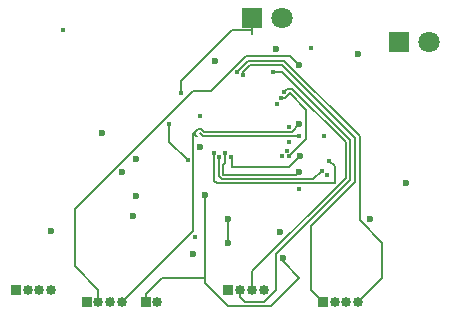
<source format=gbr>
%TF.GenerationSoftware,KiCad,Pcbnew,8.0.8*%
%TF.CreationDate,2025-07-30T23:02:56+05:30*%
%TF.ProjectId,THRUST FC,54485255-5354-4204-9643-2e6b69636164,rev?*%
%TF.SameCoordinates,Original*%
%TF.FileFunction,Copper,L2,Inr*%
%TF.FilePolarity,Positive*%
%FSLAX46Y46*%
G04 Gerber Fmt 4.6, Leading zero omitted, Abs format (unit mm)*
G04 Created by KiCad (PCBNEW 8.0.8) date 2025-07-30 23:02:56*
%MOMM*%
%LPD*%
G01*
G04 APERTURE LIST*
%TA.AperFunction,ComponentPad*%
%ADD10R,1.800000X1.800000*%
%TD*%
%TA.AperFunction,ComponentPad*%
%ADD11C,1.800000*%
%TD*%
%TA.AperFunction,ComponentPad*%
%ADD12R,0.850000X0.850000*%
%TD*%
%TA.AperFunction,ComponentPad*%
%ADD13O,0.850000X0.850000*%
%TD*%
%TA.AperFunction,ViaPad*%
%ADD14C,0.600000*%
%TD*%
%TA.AperFunction,ViaPad*%
%ADD15C,0.400000*%
%TD*%
%TA.AperFunction,Conductor*%
%ADD16C,0.200000*%
%TD*%
G04 APERTURE END LIST*
D10*
%TO.N,PC13*%
%TO.C,D1*%
X120000000Y-86000000D03*
D11*
%TO.N,VDD*%
X122540000Y-86000000D03*
%TD*%
D12*
%TO.N,GND*%
%TO.C,J1*%
X118000000Y-109000000D03*
D13*
%TO.N,SWCLK*%
X119000000Y-109000000D03*
%TO.N,SWDIO*%
X120000000Y-109000000D03*
%TO.N,VDD*%
X121000000Y-109000000D03*
%TD*%
D12*
%TO.N,M4*%
%TO.C,J4*%
X106000000Y-110000000D03*
D13*
%TO.N,M3*%
X107000000Y-110000000D03*
%TO.N,M2*%
X108000000Y-110000000D03*
%TO.N,M1*%
X109000000Y-110000000D03*
%TD*%
D12*
%TO.N,SCL*%
%TO.C,J6*%
X126000000Y-110000000D03*
D13*
%TO.N,VDD*%
X127000000Y-110000000D03*
%TO.N,GND*%
X128000000Y-110000000D03*
%TO.N,SDA*%
X129000000Y-110000000D03*
%TD*%
D12*
%TO.N,+5V*%
%TO.C,J3*%
X111000000Y-110000000D03*
D13*
%TO.N,GND*%
X112000000Y-110000000D03*
%TD*%
D10*
%TO.N,GND*%
%TO.C,D2*%
X132460000Y-88000000D03*
D11*
%TO.N,VDD*%
X135000000Y-88000000D03*
%TD*%
D12*
%TO.N,+5V*%
%TO.C,J2*%
X100000000Y-109000000D03*
D13*
%TO.N,D-*%
X101000000Y-109000000D03*
%TO.N,D+*%
X102000000Y-109000000D03*
%TO.N,GND*%
X103000000Y-109000000D03*
%TD*%
D14*
%TO.N,GND*%
X110200000Y-101037500D03*
X130000000Y-103000000D03*
%TO.N,+5V*%
X122600000Y-106307108D03*
X116000000Y-101000000D03*
%TO.N,VREF+*%
X107327817Y-95750001D03*
X110168870Y-97925000D03*
%TO.N,NRST*%
X133000000Y-100000000D03*
D15*
X115565000Y-94250000D03*
D14*
%TO.N,VDD*%
X129000002Y-89000000D03*
X118000000Y-103000000D03*
X118000000Y-105000000D03*
X115000000Y-106000000D03*
X109000000Y-99000000D03*
D15*
%TO.N,ADC*%
X124000000Y-96000000D03*
%TO.N,PC13*%
X114000000Y-92350001D03*
D14*
%TO.N,M4*%
X116850000Y-89616473D03*
D15*
%TO.N,SCL*%
X119235002Y-90849998D03*
D14*
%TO.N,BOOT0*%
X122000000Y-88600000D03*
D15*
X125000000Y-88550000D03*
D14*
%TO.N,PA12*%
X102991206Y-103991206D03*
D15*
X123148669Y-97700221D03*
X122435000Y-92750000D03*
D14*
X122409744Y-104112500D03*
%TO.N,PA11*%
X109900000Y-102725425D03*
D15*
X122150000Y-93235002D03*
%TO.N,Net-(U3-INT2{slash}FSYNC{slash}CLKIN)*%
X115144975Y-104512500D03*
X126328237Y-99250000D03*
D14*
%TO.N,PA2*%
X115600000Y-96885002D03*
D15*
%TO.N,PB13*%
X123173666Y-96450000D03*
%TO.N,PB15*%
X123131436Y-95200000D03*
%TO.N,PB14*%
X123000000Y-97235002D03*
%TO.N,SWCLK*%
X121750000Y-90565000D03*
%TO.N,SWDIO*%
X122715000Y-92235002D03*
D14*
%TO.N,M3*%
X124000000Y-90000000D03*
D15*
%TO.N,M2*%
X126062500Y-95950003D03*
D14*
%TO.N,M1*%
X124000000Y-95000000D03*
D15*
%TO.N,SDA*%
X118752513Y-90567513D03*
%TO.N,PA5*%
X125890692Y-98916746D03*
X117235002Y-97800221D03*
%TO.N,PA6*%
X117750000Y-97435000D03*
D14*
X124000000Y-99000000D03*
D15*
%TO.N,PA4*%
X126525000Y-98085000D03*
X116750000Y-97435000D03*
D14*
%TO.N,PA7*%
X124079312Y-97650221D03*
D15*
X118235002Y-97800221D03*
%TO.N,PA3*%
X113000000Y-95000000D03*
X114550000Y-98000000D03*
X104000000Y-87000000D03*
%TO.N,unconnected-(U1-PB12-Pad25)*%
X122552142Y-97685002D03*
X124000000Y-100450000D03*
%TD*%
D16*
%TO.N,+5V*%
X111000000Y-110000000D02*
X111000000Y-109375000D01*
X117950000Y-110400000D02*
X121600000Y-110400000D01*
X116000000Y-108000000D02*
X116000000Y-108450000D01*
X122600000Y-106600000D02*
X122600000Y-106307108D01*
X124000000Y-108000000D02*
X122600000Y-106600000D01*
X116000000Y-101000000D02*
X116000000Y-108000000D01*
X112375000Y-108000000D02*
X116000000Y-108000000D01*
X111000000Y-109375000D02*
X112375000Y-108000000D01*
X116000000Y-108450000D02*
X117950000Y-110400000D01*
X121600000Y-110400000D02*
X124000000Y-108000000D01*
%TO.N,VDD*%
X118000000Y-103000000D02*
X118000000Y-105000000D01*
%TO.N,ADC*%
X115815000Y-96000000D02*
X115565000Y-95750000D01*
X124000000Y-96000000D02*
X115815000Y-96000000D01*
%TO.N,PC13*%
X118332946Y-87000000D02*
X114000000Y-91332946D01*
X120000000Y-87000000D02*
X120000000Y-87315000D01*
X114000000Y-91332946D02*
X114000000Y-92350001D01*
X120000000Y-87000000D02*
X118332946Y-87000000D01*
X120000000Y-86000000D02*
X120000000Y-87000000D01*
%TO.N,SCL*%
X128722917Y-96157231D02*
X128722917Y-99842769D01*
X125000000Y-109000000D02*
X126000000Y-110000000D01*
X122565686Y-90000000D02*
X128722917Y-96157231D01*
X128722917Y-99842769D02*
X125000000Y-103565686D01*
X119815000Y-90000000D02*
X122565686Y-90000000D01*
X119815000Y-90000000D02*
X119235002Y-90579998D01*
X119235002Y-90579998D02*
X119235002Y-90849998D01*
X125000000Y-103565686D02*
X125000000Y-109000000D01*
%TO.N,PA12*%
X123187870Y-92350000D02*
X123165000Y-92350000D01*
X123165000Y-92350000D02*
X123165000Y-92421399D01*
X122836399Y-92750000D02*
X122435000Y-92750000D01*
X123165000Y-92421399D02*
X122836399Y-92750000D01*
X123148669Y-97699860D02*
X124600000Y-96248529D01*
X123148669Y-97700221D02*
X123148669Y-97699860D01*
X124600000Y-93762130D02*
X123187870Y-92350000D01*
X124600000Y-96248529D02*
X124600000Y-93762130D01*
%TO.N,SWCLK*%
X122565000Y-90565000D02*
X128322917Y-96322917D01*
X122565000Y-90565000D02*
X121750000Y-90565000D01*
X128322917Y-99677083D02*
X122000000Y-106000000D01*
X119398960Y-110000000D02*
X119000000Y-109601040D01*
X122000000Y-106000000D02*
X122000000Y-109025305D01*
X121025305Y-110000000D02*
X119398960Y-110000000D01*
X128322917Y-96322917D02*
X128322917Y-99677083D01*
X119000000Y-109601040D02*
X119000000Y-109000000D01*
X122000000Y-109025305D02*
X121025305Y-110000000D01*
%TO.N,SWDIO*%
X120000000Y-107434314D02*
X127922917Y-99511397D01*
X127922917Y-99511397D02*
X127922917Y-96508702D01*
X120000000Y-109000000D02*
X120000000Y-107434314D01*
X122950002Y-92000000D02*
X122715000Y-92235002D01*
X123414215Y-92000000D02*
X122950002Y-92000000D01*
X127922917Y-96508702D02*
X123414215Y-92000000D01*
%TO.N,M3*%
X105000000Y-107000000D02*
X107000000Y-109000000D01*
X116533628Y-92150000D02*
X119483628Y-89200000D01*
X107000000Y-109000000D02*
X107000000Y-110000000D01*
X105000000Y-107000000D02*
X105000000Y-102151471D01*
X123200000Y-89200000D02*
X124000000Y-90000000D01*
X119483628Y-89200000D02*
X123200000Y-89200000D01*
X105000000Y-102151471D02*
X115001471Y-92150000D01*
X115001471Y-92150000D02*
X116533628Y-92150000D01*
%TO.N,M2*%
X108000000Y-110000000D02*
X108275000Y-109725000D01*
X108275000Y-109725000D02*
X108275000Y-109699695D01*
%TO.N,M1*%
X115000000Y-95749314D02*
X115250686Y-96000000D01*
X109000000Y-110000000D02*
X115000000Y-104000000D01*
X115215000Y-95894974D02*
X115215000Y-95605026D01*
X115420026Y-95400000D02*
X115709974Y-95400000D01*
X115000000Y-104000000D02*
X115000000Y-95749314D01*
X123350000Y-95650000D02*
X124000000Y-95000000D01*
X115250686Y-96000000D02*
X115320026Y-96000000D01*
X115709974Y-95400000D02*
X115959974Y-95650000D01*
X115320026Y-96000000D02*
X115215000Y-95894974D01*
X115215000Y-95605026D02*
X115420026Y-95400000D01*
X115959974Y-95650000D02*
X123350000Y-95650000D01*
%TO.N,SDA*%
X131000000Y-108000000D02*
X129000000Y-110000000D01*
X122731372Y-89600000D02*
X129122917Y-95991545D01*
X119649314Y-89670712D02*
X118752513Y-90567513D01*
X131000000Y-105000000D02*
X131000000Y-108000000D01*
X119649314Y-89600000D02*
X119649314Y-89670712D01*
X129122917Y-95991545D02*
X129122917Y-103122917D01*
X129122917Y-103122917D02*
X131000000Y-105000000D01*
X119649314Y-89600000D02*
X122731372Y-89600000D01*
%TO.N,PA5*%
X125207438Y-99600000D02*
X125890692Y-98916746D01*
X117440027Y-99600000D02*
X125207438Y-99600000D01*
X117235002Y-97800221D02*
X117235002Y-99394975D01*
X117235002Y-99394975D02*
X117440027Y-99600000D01*
%TO.N,PA6*%
X117585002Y-98414998D02*
X117585002Y-99250000D01*
X117750000Y-98250000D02*
X117750000Y-97435000D01*
X124000000Y-99000000D02*
X123750000Y-99250000D01*
X123750000Y-99250000D02*
X117585002Y-99250000D01*
X117750000Y-98250000D02*
X117585002Y-98414998D01*
%TO.N,PA4*%
X126939340Y-100000000D02*
X117000000Y-100000000D01*
X117000000Y-100000000D02*
X116750000Y-99750000D01*
X126525000Y-98085000D02*
X127000000Y-98560000D01*
X116750000Y-99750000D02*
X116750000Y-97435000D01*
X127000000Y-98560000D02*
X127000000Y-99939340D01*
X127000000Y-99939340D02*
X126939340Y-100000000D01*
%TO.N,PA7*%
X123129533Y-98600000D02*
X118315686Y-98600000D01*
X118315686Y-97880905D02*
X118235002Y-97800221D01*
X124079312Y-97650221D02*
X123129533Y-98600000D01*
X118315686Y-98600000D02*
X118315686Y-97880905D01*
%TO.N,PA3*%
X113000000Y-96450000D02*
X114550000Y-98000000D01*
X113000000Y-95000000D02*
X113000000Y-96450000D01*
%TD*%
M02*

</source>
